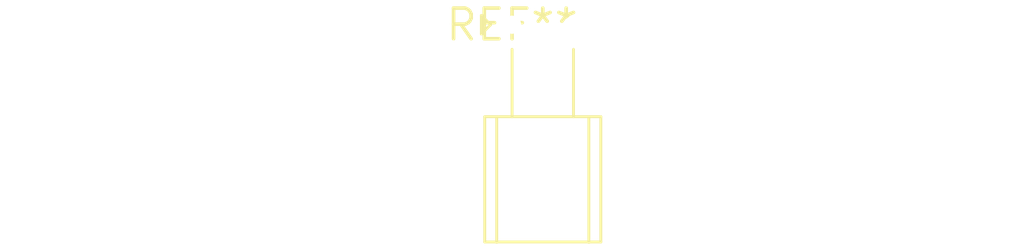
<source format=kicad_pcb>
(kicad_pcb (version 20240108) (generator pcbnew)
  (layers (0 "F.Cu" signal) (31 "B.Cu" signal) (34 "B.Paste" user) (35 "F.Paste" user) (36 "B.SilkS" user "B.Silkscreen") (37 "F.SilkS" user "F.Silkscreen") (38 "B.Mask" user) (39 "F.Mask" user) (44 "Edge.Cuts" user))
  (net 0 "")
  (footprint "TO-92-2_W4.0mm_Horizontal_FlatSideDown" (layer "F.Cu") (at 0 0)
    (property "Reference" "REF**")
    (property "Value" "TO-92-2_W4.0mm_Horizontal_FlatSideDown")
    (fp_line (start -1.27 -0.381) (end -1.27 0.381) (layer "F.SilkS") (stroke (width 0.12)))
    (fp_line (start -1.27 0.381) (end -0.889 0) (layer "F.SilkS") (stroke (width 0.12)))
    (fp_line (start -1.13 3.81) (end 3.67 3.81) (layer "F.SilkS") (stroke (width 0.12)))
    (fp_line (start -1.13 9) (end -1.13 3.81) (layer "F.SilkS") (stroke (width 0.12)))
    (fp_line (start -0.889 0) (end -1.27 -0.381) (layer "F.SilkS") (stroke (width 0.12)))
    (fp_line (start -0.635 3.81) (end -0.635 9.017) (layer "F.SilkS") (stroke (width 0.12)))
    (fp_line (start 0 1.02) (end 0 3.81) (layer "F.SilkS") (stroke (width 0.12)))
    (fp_line (start 2.54 1.02) (end 2.54 3.81) (layer "F.SilkS") (stroke (width 0.12)))
    (fp_line (start 3.175 3.81) (end 3.175 9.017) (layer "F.SilkS") (stroke (width 0.12)))
    (fp_line (start 3.67 3.81) (end 3.67 9) (layer "F.SilkS") (stroke (width 0.12)))
    (fp_line (start 3.67 9) (end -1.13 9) (layer "F.SilkS") (stroke (width 0.12)))
    (pad "1" thru_hole rect (at 0 0) (size 1.05 1.5) (drill 0.75) (layers *.Cu *.Mask) (remove_unused_layers))
    (pad "3" thru_hole oval (at 2.54 0) (size 1.05 1.5) (drill 0.75) (layers *.Cu *.Mask) (remove_unused_layers))
  )
)
</source>
